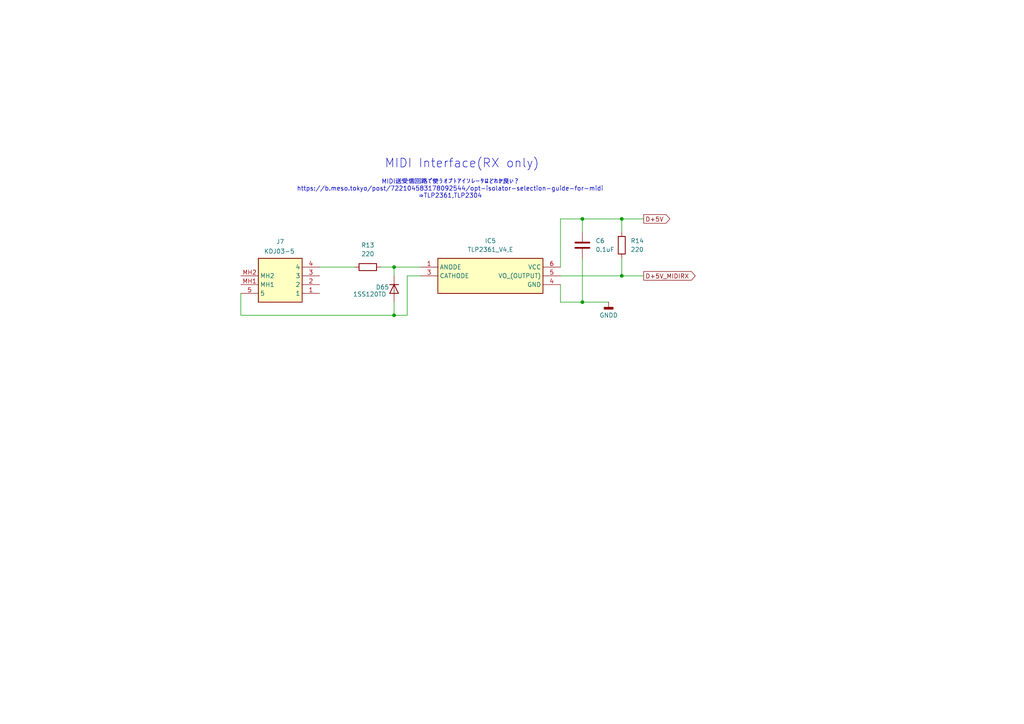
<source format=kicad_sch>
(kicad_sch (version 20231120) (generator "eeschema") (generator_version "8.0")
  (paper "A4")
  (lib_symbols
    (symbol "Device:C" (pin_numbers hide) (pin_names (offset 0.254))
      (property "Reference" "C" (at 0.635 2.54 0))
      (property "Value" "C" (at 0.635 -2.54 0))
      (symbol "C_0_1"
        (polyline (pts (xy -2.032 -0.762) (xy 2.032 -0.762)) (stroke (width 0.508)))
        (polyline (pts (xy -2.032 0.762) (xy 2.032 0.762)) (stroke (width 0.508)))
      )
      (symbol "C_1_1"
        (pin passive line (at 0 3.81 270) (length 2.794) (name "~") (number "1"))
        (pin passive line (at 0 -3.81 90) (length 2.794) (name "~") (number "2"))
      )
    )
    (symbol "Device:D" (pin_numbers hide) (pin_names (offset 1.016) hide)
      (property "Reference" "D" (at 0 2.54 0))
      (property "Value" "D" (at 0 -2.54 0))
      (symbol "D_0_1"
        (polyline (pts (xy -1.27 1.27) (xy -1.27 -1.27)) (stroke (width 0.254)))
        (polyline (pts (xy 1.27 0) (xy -1.27 0)))
        (polyline (pts (xy 1.27 1.27) (xy 1.27 -1.27) (xy -1.27 0) (xy 1.27 1.27)) (stroke (width 0.254)))
      )
      (symbol "D_1_1"
        (pin passive line (at -3.81 0 0) (length 2.54) (name "K") (number "1"))
        (pin passive line (at 3.81 0 180) (length 2.54) (name "A") (number "2"))
      )
    )
    (symbol "Device:R" (pin_numbers hide) (pin_names (offset 0))
      (property "Reference" "R" (at 2.032 0 90))
      (property "Value" "R" (at 0 0 90))
      (symbol "R_0_1"
        (rectangle (start -1.016 -2.54) (end 1.016 2.54) (stroke (width 0.254)))
      )
      (symbol "R_1_1"
        (pin passive line (at 0 3.81 270) (length 1.27) (name "~") (number "1"))
        (pin passive line (at 0 -3.81 90) (length 1.27) (name "~") (number "2"))
      )
    )
    (symbol "SamacSys_Parts:KDJ03-5"
      (property "Reference" "J" (at 19.05 7.62 0))
      (property "Value" "KDJ03-5" (at 19.05 5.08 0))
      (symbol "KDJ03-5_1_1"
        (rectangle (start 5.08 2.54) (end 17.78 -10.16) (stroke (width 0.254)) (fill (type background)))
        (pin passive line (at 0 0 0) (length 5.08) (name "1") (number "1"))
        (pin passive line (at 0 -2.54 0) (length 5.08) (name "2") (number "2"))
        (pin passive line (at 0 -5.08 0) (length 5.08) (name "3") (number "3"))
        (pin passive line (at 0 -7.62 0) (length 5.08) (name "4") (number "4"))
        (pin passive line (at 22.86 0 180) (length 5.08) (name "5") (number "5"))
        (pin passive line (at 22.86 -2.54 180) (length 5.08) (name "MH1") (number "MH1"))
        (pin passive line (at 22.86 -5.08 180) (length 5.08) (name "MH2") (number "MH2"))
      )
    )
    (symbol "SamacSys_Parts:TLP2361_V4,E"
      (property "Reference" "IC" (at 36.83 7.62 0))
      (property "Value" "TLP2361_V4,E" (at 36.83 5.08 0))
      (symbol "TLP2361_V4,E_1_1"
        (rectangle (start 5.08 2.54) (end 35.56 -7.62) (stroke (width 0.254)) (fill (type background)))
        (pin passive line (at 0 0 0) (length 5.08) (name "ANODE") (number "1"))
        (pin passive line (at 0 -2.54 0) (length 5.08) (name "CATHODE") (number "3"))
        (pin passive line (at 40.64 -5.08 180) (length 5.08) (name "GND") (number "4"))
        (pin passive line (at 40.64 -2.54 180) (length 5.08) (name "VO_(OUTPUT)") (number "5"))
        (pin passive line (at 40.64 0 180) (length 5.08) (name "VCC") (number "6"))
      )
    )
    (symbol "power:GNDD" (power) (pin_numbers hide) (pin_names (offset 0) hide)
      (property "Value" "GNDD" (at 0 -3.175 0))
      (symbol "GNDD_0_1"
        (rectangle (start -1.27 -1.524) (end 1.27 -2.032) (stroke (width 0.254)) (fill (type outline)))
        (polyline (pts (xy 0 0) (xy 0 -1.524)))
      )
      (symbol "GNDD_1_1"
        (pin power_in line (at 0 0 270) (length 0) (name "~") (number "1"))
      )
    )
  )
  (junction (at 114.3 91.44))
  (junction (at 168.91 87.63))
  (junction (at 180.34 63.5))
  (junction (at 168.91 63.5))
  (junction (at 180.34 80.01))
  (junction (at 114.3 77.47))
  (wire (pts (xy 180.34 74.93) (xy 180.34 80.01)))
  (wire (pts (xy 114.3 91.44) (xy 118.11 91.44)))
  (wire (pts (xy 180.34 63.5) (xy 168.91 63.5)))
  (wire (pts (xy 186.69 63.5) (xy 180.34 63.5)))
  (wire (pts (xy 114.3 77.47) (xy 121.92 77.47)))
  (wire (pts (xy 69.85 85.09) (xy 69.85 91.44)))
  (wire (pts (xy 92.71 77.47) (xy 102.87 77.47)))
  (wire (pts (xy 114.3 91.44) (xy 114.3 87.63)))
  (wire (pts (xy 168.91 74.93) (xy 168.91 87.63)))
  (wire (pts (xy 162.56 87.63) (xy 162.56 82.55)))
  (wire (pts (xy 168.91 63.5) (xy 162.56 63.5)))
  (wire (pts (xy 180.34 80.01) (xy 162.56 80.01)))
  (wire (pts (xy 162.56 63.5) (xy 162.56 77.47)))
  (wire (pts (xy 118.11 80.01) (xy 118.11 91.44)))
  (wire (pts (xy 69.85 91.44) (xy 114.3 91.44)))
  (wire (pts (xy 180.34 63.5) (xy 180.34 67.31)))
  (wire (pts (xy 121.92 80.01) (xy 118.11 80.01)))
  (wire (pts (xy 110.49 77.47) (xy 114.3 77.47)))
  (wire (pts (xy 168.91 87.63) (xy 162.56 87.63)))
  (wire (pts (xy 176.53 87.63) (xy 168.91 87.63)))
  (wire (pts (xy 114.3 80.01) (xy 114.3 77.47)))
  (wire (pts (xy 186.69 80.01) (xy 180.34 80.01)))
  (wire (pts (xy 168.91 63.5) (xy 168.91 67.31)))
  (text "MIDI送受信回路で使うオプトアイソレータはどれが良い？\nhttps://b.meso.tokyo/post/722104583178092544/opt-isolator-selection-guide-for-midi\n⇒TLP2361,TLP2304" (at 130.556 54.864 0) (effects (font (size 1.27 1.27))))
  (text "MIDI Interface(RX only)" (at 111.506 47.498 0) (effects (font (size 2.54 2.54)) (justify left)))
  (global_label "D+5V" (shape output) (at 186.69 63.5 0) (property "Intersheetrefs" "${INTERSHEET_REFS}" (effects (hide yes))))
  (global_label "D+5V_MIDIRX" (shape output) (at 186.69 80.01 0) (property "Intersheetrefs" "${INTERSHEET_REFS}" (effects (hide yes))))
  (symbol (lib_id "Device:R") (at 106.68 77.47 90) (unit 1)
    (property "Reference" "R13" (at 106.68 71.12 90))
    (property "Value" "220" (at 106.68 73.66 90))
    (property "Footprint" "Resistor_THT:R_Axial_DIN0207_L6.3mm_D2.5mm_P7.62mm_Horizontal" (effects (hide yes)))
    (property "Description" "Resistor" (effects (hide yes)))
  )
  (symbol (lib_id "power:GNDD") (at 176.53 87.63 0) (unit 1)
    (property "Reference" "#PWR028" (effects (hide yes)))
    (property "Value" "GNDD" (at 176.53 91.44 0))
    (property "Description" "Power symbol creates a global label with name \"GNDD\" , digital ground" (effects (hide yes)))
  )
  (symbol (lib_id "SamacSys_Parts:KDJ03-5") (at 92.71 85.09 180) (unit 1)
    (property "Reference" "J7" (at 81.28 70.104 0))
    (property "Value" "KDJ03-5" (at 81.026 72.898 0))
    (property "Footprint" "SamacSys_Parts:KDJ035" (effects (hide yes)))
    (property "Datasheet" "https://akizukidenshi.com/download/ds/useconn/KDJ03-5.pdf" (effects (hide yes)))
    (property "Description" "5-Pin DIN Jack" (effects (hide yes)))
    (property "Height" "19.8" (effects (hide yes)))
    (property "Manufacturer_Name" "Useconn Electronics" (effects (hide yes)))
    (property "Manufacturer_Part_Number" "KDJ03-5" (effects (hide yes)))
  )
  (symbol (lib_id "Device:R") (at 180.34 71.12 0) (unit 1)
    (property "Reference" "R14" (at 182.88 69.8499 0) (effects (justify left)))
    (property "Value" "220" (at 182.88 72.3899 0) (effects (justify left)))
    (property "Footprint" "Resistor_THT:R_Axial_DIN0207_L6.3mm_D2.5mm_P7.62mm_Horizontal" (effects (hide yes)))
    (property "Description" "Resistor" (effects (hide yes)))
  )
  (symbol (lib_id "Device:C") (at 168.91 71.12 0) (unit 1)
    (property "Reference" "C6" (at 172.72 69.8499 0) (effects (justify left)))
    (property "Value" "0.1uF" (at 172.72 72.3899 0) (effects (justify left)))
    (property "Description" "Unpolarized capacitor" (effects (hide yes)))
  )
  (symbol (lib_id "SamacSys_Parts:TLP2361_V4,E") (at 121.92 77.47 0) (unit 1)
    (property "Reference" "IC5" (at 142.24 69.85 0))
    (property "Value" "TLP2361_V4,E" (at 142.24 72.39 0))
    (property "Footprint" "11-4L1S(5-PIN-SOIC)" (effects (hide yes)))
    (property "Datasheet" "https://toshiba.semicon-storage.com/info/docget.jsp?did=14229&prodName=TLP2361" (effects (hide yes)))
    (property "Description" "High Speed Optocouplers 15Mbps High speed coupler" (effects (hide yes)))
    (property "Manufacturer_Name" "Toshiba" (effects (hide yes)))
    (property "Manufacturer_Part_Number" "TLP2361(V4,E" (effects (hide yes)))
    (property "Mouser Part Number" "757-TLP2361V4E" (effects (hide yes)))
    (property "Mouser Price/Stock" "https://www.mouser.co.uk/ProductDetail/Toshiba/TLP2361V4E?qs=rsevcuukUAyaoPX08B%2FLWQ%3D%3D" (effects (hide yes)))
    (property "Arrow Part Number" "TLP2361(V4,E" (effects (hide yes)))
    (property "Arrow Price/Stock" "https://www.arrow.com/en/products/tlp2361-v4e/toshiba?region=nac" (effects (hide yes)))
  )
  (symbol (lib_id "Device:D") (at 114.3 83.82 270) (unit 1)
    (property "Reference" "D65" (at 108.966 83.312 90) (effects (justify left)))
    (property "Value" "1SS120TD" (at 102.362 85.344 90) (effects (justify left)))
    (property "Footprint" "Diode_THT:D_A-405_P2.54mm_Vertical_AnodeUp" (effects (hide yes)))
    (property "Description" "Diode" (effects (hide yes)))
    (property "Sim.Device" "D" (effects (hide yes)))
    (property "Sim.Pins" "1=K 2=A" (effects (hide yes)))
  )
)
</source>
